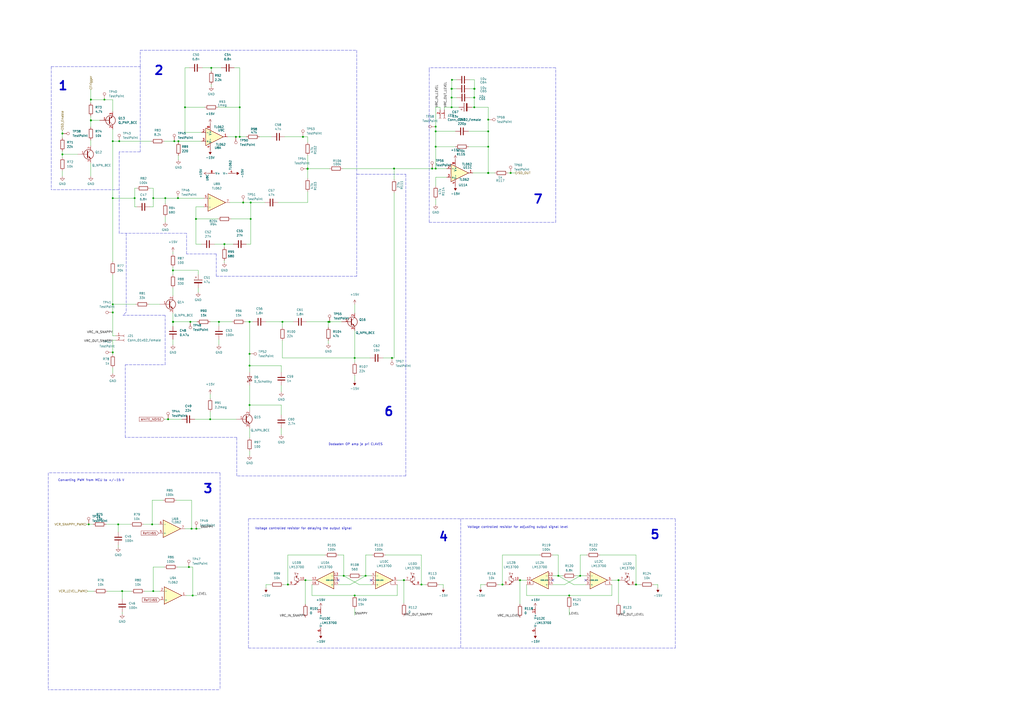
<source format=kicad_sch>
(kicad_sch (version 20211123) (generator eeschema)
  (paper "A2")
  (lib_symbols
    (symbol "Amplifier_Operational:LM13700" (pin_names (offset 0.127))
      (property "Reference" "U" (at 3.81 5.08 0))
      (property "Value" "LM13700" (at 5.08 -5.08 0))
      (symbol "LM13700_1_1"
        (pin output line (at 7.62 0 180) (length 2.54) (name "~") (number "12"))
        (pin input line (at -7.62 2.54 0) (length 2.54) (name "-") (number "13"))
        (pin input line (at -7.62 -2.54 0) (length 2.54) (name "+") (number "14"))
        (pin input line (at -7.62 0 0) (length 2.54) (name "DIODE_BIAS") (number "15"))
        (pin input line (at 7.62 -2.54 180) (length 2.54) (name "~") (number "16"))
      )
      (symbol "LM13700_2_1"
        (text "V+" (at -2.54 3.81 0) (effects (font (size 1.27 1.27))))
        (pin input line (at -7.62 0 0) (length 3.81) (name "~") (number "10"))
        (pin output line (at 2.54 -2.54 180) (length 3.81) (name "~") (number "9"))
      )
      (symbol "LM13700_3_1"
        (pin input line (at 7.62 -2.54 180) (length 2.54) (name "~") (number "1"))
        (pin input line (at -7.62 0 0) (length 2.54) (name "DIODE_BIAS") (number "2"))
        (pin input line (at -7.62 -2.54 0) (length 2.54) (name "+") (number "3"))
        (pin input line (at -7.62 2.54 0) (length 2.54) (name "-") (number "4"))
        (pin output line (at 7.62 0 180) (length 2.54) (name "~") (number "5"))
      )
      (symbol "LM13700_4_0"
        (text "V+" (at -2.54 3.81 0) (effects (font (size 1.27 1.27))))
      )
      (symbol "LM13700_4_1"
        (pin input line (at -7.62 0 0) (length 3.81) (name "~") (number "7"))
        (pin output line (at 2.54 -2.54 180) (length 3.81) (name "~") (number "8"))
      )
      (symbol "LM13700_5_1"
        (pin power_in line (at -2.54 7.62 270) (length 3.81) (name "V+") (number "11"))
        (pin power_in line (at -2.54 -7.62 90) (length 3.81) (name "V-") (number "6"))
      )
    )
    (symbol "Amplifier_Operational:TL062" (pin_names (offset 0.127))
      (property "Reference" "U" (at 0 5.08 0))
      (property "Value" "TL062" (at 0 -5.08 0))
      (symbol "TL062_1_1"
        (pin output line (at 7.62 0 180) (length 2.54) (name "~") (number "1"))
        (pin input line (at -7.62 -2.54 0) (length 2.54) (name "-") (number "2"))
        (pin input line (at -7.62 2.54 0) (length 2.54) (name "+") (number "3"))
      )
      (symbol "TL062_2_1"
        (pin input line (at -7.62 2.54 0) (length 2.54) (name "+") (number "5"))
        (pin input line (at -7.62 -2.54 0) (length 2.54) (name "-") (number "6"))
        (pin output line (at 7.62 0 180) (length 2.54) (name "~") (number "7"))
      )
      (symbol "TL062_3_1"
        (pin power_in line (at -2.54 -7.62 90) (length 3.81) (name "V-") (number "4"))
        (pin power_in line (at -2.54 7.62 270) (length 3.81) (name "V+") (number "8"))
      )
    )
    (symbol "Connector:Conn_01x02_Female" (pin_names (offset 1.016) hide)
      (property "Reference" "J" (at 0 2.54 0))
      (property "Value" "Conn_01x02_Female" (at 0 -5.08 0))
      (symbol "Conn_01x02_Female_1_1"
        (pin passive line (at -5.08 0 0) (length 3.81) (name "Pin_1") (number "1"))
        (pin passive line (at -5.08 -2.54 0) (length 3.81) (name "Pin_2") (number "2"))
      )
    )
    (symbol "Connector:TestPoint" (pin_numbers hide) (pin_names (offset 0.762) hide)
      (property "Reference" "TP" (at 0 6.858 0))
      (property "Value" "TestPoint" (at 0 5.08 0))
      (symbol "TestPoint_1_1"
        (pin passive line (at 0 0 90) (length 2.54) (name "1") (number "1"))
      )
    )
    (symbol "Device:C" (pin_numbers hide) (pin_names (offset 0.254))
      (property "Reference" "C" (at 0.635 2.54 0))
      (property "Value" "C" (at 0.635 -2.54 0))
      (symbol "C_1_1"
        (pin passive line (at 0 3.81 270) (length 2.794) (name "~") (number "1"))
        (pin passive line (at 0 -3.81 90) (length 2.794) (name "~") (number "2"))
      )
    )
    (symbol "Device:C_Polarized" (pin_numbers hide) (pin_names (offset 0.254))
      (property "Reference" "C" (at 0.635 2.54 0))
      (property "Value" "C_Polarized" (at 0.635 -2.54 0))
      (symbol "C_Polarized_1_1"
        (pin passive line (at 0 3.81 270) (length 2.794) (name "~") (number "1"))
        (pin passive line (at 0 -3.81 90) (length 2.794) (name "~") (number "2"))
      )
    )
    (symbol "Device:D_Schottky" (pin_numbers hide) (pin_names (offset 1.016) hide)
      (property "Reference" "D" (at 0 2.54 0))
      (property "Value" "D_Schottky" (at 0 -2.54 0))
      (symbol "D_Schottky_1_1"
        (pin passive line (at -3.81 0 0) (length 2.54) (name "K") (number "1"))
        (pin passive line (at 3.81 0 180) (length 2.54) (name "A") (number "2"))
      )
    )
    (symbol "Device:Q_NPN_BCE" (pin_names (offset 0) hide)
      (property "Reference" "Q" (at 5.08 1.27 0))
      (property "Value" "Q_NPN_BCE" (at 5.08 -1.27 0))
      (symbol "Q_NPN_BCE_1_1"
        (pin input line (at -5.08 0 0) (length 5.715) (name "B") (number "1"))
        (pin passive line (at 2.54 5.08 270) (length 2.54) (name "C") (number "2"))
        (pin passive line (at 2.54 -5.08 90) (length 2.54) (name "E") (number "3"))
      )
    )
    (symbol "Device:Q_PNP_BCE" (pin_names (offset 0) hide)
      (property "Reference" "Q" (at 5.08 1.27 0))
      (property "Value" "Q_PNP_BCE" (at 5.08 -1.27 0))
      (symbol "Q_PNP_BCE_1_1"
        (pin input line (at -5.08 0 0) (length 5.715) (name "B") (number "1"))
        (pin passive line (at 2.54 5.08 270) (length 2.54) (name "C") (number "2"))
        (pin passive line (at 2.54 -5.08 90) (length 2.54) (name "E") (number "3"))
      )
    )
    (symbol "Device:R" (pin_numbers hide) (pin_names (offset 0))
      (property "Reference" "R" (at 2.032 0 90))
      (property "Value" "R" (at 0 0 90))
      (symbol "R_1_1"
        (pin passive line (at 0 3.81 270) (length 1.27) (name "~") (number "1"))
        (pin passive line (at 0 -3.81 90) (length 1.27) (name "~") (number "2"))
      )
    )
    (symbol "power:+15V" (power) (pin_names (offset 0))
      (property "Value" "+15V" (at 0 3.556 0))
      (symbol "+15V_1_1"
        (pin power_in line (at 0 0 90) (length 0) hide (name "+15V") (number "1"))
      )
    )
    (symbol "power:-15V" (power) (pin_names (offset 0))
      (property "Value" "-15V" (at 0 3.81 0))
      (symbol "-15V_0_0"
        (pin power_in line (at 0 0 90) (length 0) hide (name "-15V") (number "1"))
      )
    )
    (symbol "power:GND" (power) (pin_names (offset 0))
      (property "Value" "GND" (at 0 -3.81 0))
      (symbol "GND_1_1"
        (pin power_in line (at 0 0 270) (length 0) hide (name "GND") (number "1"))
      )
    )
  )
  (junction (at 130.175 141.605))
  (junction (at 178.435 97.9545))
  (junction (at 261.9756 56.5912))
  (junction (at 78.105 114.935))
  (junction (at 100.33 156.845))
  (junction (at 262.1753 46.3042))
  (junction (at 212.09 334.01))
  (junction (at 205.74 345.44))
  (junction (at 190.5 186.69))
  (junction (at 65.405 114.935))
  (junction (at 111.125 306.705))
  (junction (at 191.1862 186.69))
  (junction (at 250.708 97.79))
  (junction (at 144.78 212.09))
  (junction (at 275.1132 56.5912))
  (junction (at 139.065 62.23))
  (junction (at 113.665 127))
  (junction (at 301.625 336.55))
  (junction (at 65.405 204.3989))
  (junction (at 88.9 114.935))
  (junction (at 261.9756 51.5112))
  (junction (at 144.78 186.69))
  (junction (at 283.21 100.3214))
  (junction (at 291.465 339.09))
  (junction (at 167.005 339.09))
  (junction (at 330.2 345.44))
  (junction (at 368.935 339.09))
  (junction (at 145.415 117.475))
  (junction (at 127 186.69))
  (junction (at 52.705 69.85))
  (junction (at 136.8333 79.375))
  (junction (at 205.74 207.645))
  (junction (at 336.55 334.01))
  (junction (at 261.9756 62.23))
  (junction (at 252.73 97.79))
  (junction (at 283.21 69.3994))
  (junction (at 175.7343 79.375))
  (junction (at 95.885 114.935))
  (junction (at 113.9072 306.705))
  (junction (at 103.505 81.915))
  (junction (at 52.705 69.7597))
  (junction (at 65.405 81.915))
  (junction (at 358.775 336.55))
  (junction (at 65.405 181.232))
  (junction (at 262.0322 51.5112))
  (junction (at 36.195 89.535))
  (junction (at 296.2292 100.33))
  (junction (at 227.3845 207.645))
  (junction (at 109.5634 328.93))
  (junction (at 103.2413 114.935))
  (junction (at 283.21 100.33))
  (junction (at 65.405 176.53))
  (junction (at 252.73 73.4536))
  (junction (at 199.39 334.01))
  (junction (at 141.0805 117.475))
  (junction (at 177.165 336.55))
  (junction (at 144.78 205.2693))
  (junction (at 70.866 342.9))
  (junction (at 252.73 76.2))
  (junction (at 275.1132 51.5112))
  (junction (at 145.415 127))
  (junction (at 139.065 79.375))
  (junction (at 88.9 342.9))
  (junction (at 36.195 77.4544))
  (junction (at 323.85 334.01))
  (junction (at 68.58 304.165))
  (junction (at 244.475 339.09))
  (junction (at 107.315 62.23))
  (junction (at 60.5756 57.785))
  (junction (at 178.435 97.79))
  (junction (at 144.78 234.95))
  (junction (at 111.76 345.44))
  (junction (at 69.1666 81.915))
  (junction (at 283.21 76.2))
  (junction (at 275.2402 51.5112))
  (junction (at 252.73 85.09))
  (junction (at 234.315 336.55))
  (junction (at 163.83 186.69))
  (junction (at 97.5051 243.205))
  (junction (at 51.4531 304.165))
  (junction (at 101.1176 81.915))
  (junction (at 100.4406 186.69))
  (junction (at 283.21 85.09))
  (junction (at 52.705 57.785))
  (junction (at 275.1132 62.23))
  (junction (at 228.6 97.79))
  (junction (at 122.555 39.37))
  (junction (at 121.92 243.205))
  (junction (at 88.265 304.165))
  (junction (at 100.33 186.69))
  (junction (at 110.4058 186.69))
  (no_connect (at 196.215 336.55))
  (no_connect (at 339.725 336.55))
  (no_connect (at 320.675 336.55))
  (no_connect (at 215.265 336.55))
  (wire (pts (xy 144.78 248.285) (xy 144.78 254)))
  (wire (pts (xy 177.8 186.69) (xy 190.5 186.69)))
  (wire (pts (xy 234.315 336.55) (xy 234.315 349.885)))
  (wire (pts (xy 205.74 217.805) (xy 205.74 220.98)))
  (wire (pts (xy 212.09 321.945) (xy 212.09 334.01)))
  (wire (pts (xy 121.92 238.76) (xy 121.92 243.205)))
  (wire (pts (xy 291.465 321.945) (xy 291.465 339.09)))
  (wire (pts (xy 68.58 316.23) (xy 68.58 317.5)))
  (wire (pts (xy 113.665 141.605) (xy 113.665 127)))
  (wire (pts (xy 86.36 176.53) (xy 92.71 176.53)))
  (wire (pts (xy 178.435 90.17) (xy 178.435 97.79)))
  (polyline (pts (xy 69.088 135.382) (xy 69.088 109.982)))
  (polyline (pts (xy 125.476 160.274) (xy 125.476 147.32)))
  (wire (pts (xy 205.74 207.645) (xy 214.63 207.645)))
  (wire (pts (xy 283.21 100.3214) (xy 283.21 100.33)))
  (polyline (pts (xy 72.644 253.746) (xy 72.644 211.582)))
  (wire (pts (xy 97.5051 243.205) (xy 105.41 243.205)))
  (wire (pts (xy 199.39 334.01) (xy 208.28 339.09)))
  (wire (pts (xy 52.705 81.28) (xy 52.705 84.455)))
  (wire (pts (xy 113.665 120.015) (xy 113.665 127)))
  (wire (pts (xy 127 186.69) (xy 134.62 186.69)))
  (polyline (pts (xy 29.718 38.608) (xy 81.28 38.608)))
  (wire (pts (xy 52.705 57.785) (xy 60.5756 57.785)))
  (wire (pts (xy 161.29 117.475) (xy 178.435 117.475)))
  (wire (pts (xy 65.405 74.93) (xy 65.405 81.915)))
  (wire (pts (xy 212.09 321.945) (xy 215.9 321.945)))
  (wire (pts (xy 336.55 321.945) (xy 336.55 334.01)))
  (wire (pts (xy 50.8 342.9) (xy 54.61 342.9)))
  (wire (pts (xy 205.74 207.645) (xy 205.74 210.185)))
  (wire (pts (xy 257.175 340.995) (xy 257.175 339.09)))
  (wire (pts (xy 111.76 345.44) (xy 114.3 345.44)))
  (wire (pts (xy 133.35 117.475) (xy 141.0805 117.475)))
  (wire (pts (xy 154.305 186.69) (xy 163.83 186.69)))
  (wire (pts (xy 163.195 215.9) (xy 163.195 212.09)))
  (polyline (pts (xy 207.01 101.092) (xy 235.458 101.092)))
  (polyline (pts (xy 235.458 276.098) (xy 137.414 276.098)))
  (wire (pts (xy 145.415 117.475) (xy 145.415 127)))
  (polyline (pts (xy 207.01 29.21) (xy 207.01 160.274)))
  (wire (pts (xy 100.33 154.94) (xy 100.33 156.845)))
  (wire (pts (xy 144.78 212.09) (xy 144.78 215.9)))
  (wire (pts (xy 230.505 339.09) (xy 230.505 345.44)))
  (wire (pts (xy 88.9 114.935) (xy 88.9 120.015)))
  (polyline (pts (xy 108.204 135.382) (xy 69.088 135.382)))
  (wire (pts (xy 244.475 321.945) (xy 244.475 339.09)))
  (polyline (pts (xy 144.145 375.92) (xy 391.795 375.92)))
  (wire (pts (xy 144.78 186.69) (xy 144.78 205.2693)))
  (wire (pts (xy 65.405 114.935) (xy 65.405 81.915)))
  (wire (pts (xy 165.1 79.375) (xy 175.7343 79.375)))
  (wire (pts (xy 88.265 290.195) (xy 94.615 290.195)))
  (wire (pts (xy 100.33 186.69) (xy 100.33 189.23)))
  (wire (pts (xy 52.705 69.85) (xy 57.785 69.85)))
  (wire (pts (xy 163.195 223.52) (xy 163.195 227.33)))
  (wire (pts (xy 252.73 97.79) (xy 259.08 97.79)))
  (wire (pts (xy 305.435 339.09) (xy 305.435 345.44)))
  (wire (pts (xy 320.675 334.01) (xy 323.85 334.01)))
  (wire (pts (xy 250.708 97.79) (xy 252.73 97.79)))
  (wire (pts (xy 88.9 328.93) (xy 95.25 328.93)))
  (wire (pts (xy 135.89 39.37) (xy 139.065 39.37)))
  (wire (pts (xy 196.215 334.01) (xy 199.39 334.01)))
  (polyline (pts (xy 144.145 300.99) (xy 391.795 300.99)))
  (wire (pts (xy 62.23 342.9) (xy 70.866 342.9)))
  (wire (pts (xy 381.635 339.09) (xy 379.095 339.09)))
  (wire (pts (xy 336.55 334.01) (xy 327.66 339.09)))
  (wire (pts (xy 145.415 141.605) (xy 145.415 127)))
  (wire (pts (xy 199.39 334.01) (xy 201.93 334.01)))
  (wire (pts (xy 52.705 67.31) (xy 52.705 69.7597)))
  (wire (pts (xy 273.812 62.23) (xy 275.1132 62.23)))
  (wire (pts (xy 180.975 345.44) (xy 205.74 345.44)))
  (wire (pts (xy 167.005 321.945) (xy 188.595 321.945)))
  (wire (pts (xy 100.33 156.845) (xy 114.935 156.845)))
  (wire (pts (xy 275.1132 51.5112) (xy 275.2402 51.5112)))
  (wire (pts (xy 296.2292 100.33) (xy 299.085 100.33)))
  (wire (pts (xy 283.21 69.3994) (xy 283.21 76.2)))
  (wire (pts (xy 65.405 197.358) (xy 65.405 204.3989)))
  (wire (pts (xy 205.74 353.06) (xy 205.74 356.87)))
  (wire (pts (xy 288.925 339.09) (xy 291.465 339.09)))
  (wire (pts (xy 86.995 109.22) (xy 88.9 109.22)))
  (wire (pts (xy 278.765 339.09) (xy 281.305 339.09)))
  (wire (pts (xy 205.74 176.53) (xy 205.74 181.61)))
  (wire (pts (xy 52.705 94.615) (xy 52.705 102.235)))
  (wire (pts (xy 227.3845 207.645) (xy 228.6 207.645)))
  (wire (pts (xy 323.85 334.01) (xy 326.39 334.01)))
  (wire (pts (xy 139.065 62.23) (xy 139.065 79.375)))
  (wire (pts (xy 264.9532 56.5912) (xy 261.9756 56.5912)))
  (wire (pts (xy 190.5 197.485) (xy 190.5 199.39)))
  (wire (pts (xy 271.78 76.2) (xy 283.21 76.2)))
  (wire (pts (xy 65.405 176.53) (xy 78.74 176.53)))
  (wire (pts (xy 60.5756 57.785) (xy 65.405 57.785)))
  (wire (pts (xy 68.58 304.165) (xy 68.58 308.61)))
  (wire (pts (xy 274.32 100.33) (xy 283.21 100.33)))
  (wire (pts (xy 36.195 89.535) (xy 45.085 89.535)))
  (wire (pts (xy 111.125 290.195) (xy 111.125 306.705)))
  (wire (pts (xy 88.9 120.015) (xy 86.995 120.015)))
  (polyline (pts (xy 127.635 274.32) (xy 127.635 400.05)))
  (wire (pts (xy 130.175 151.13) (xy 130.175 152.4)))
  (wire (pts (xy 103.505 81.915) (xy 116.84 81.915)))
  (wire (pts (xy 109.855 39.37) (xy 107.315 39.37)))
  (wire (pts (xy 102.87 328.93) (xy 109.5634 328.93)))
  (wire (pts (xy 163.195 240.665) (xy 163.195 234.95)))
  (wire (pts (xy 190.5 189.865) (xy 190.5 186.69)))
  (wire (pts (xy 301.625 336.55) (xy 305.435 336.55)))
  (wire (pts (xy 230.505 345.44) (xy 205.74 345.44)))
  (wire (pts (xy 163.83 197.485) (xy 163.83 207.645)))
  (wire (pts (xy 69.1666 81.915) (xy 87.63 81.915)))
  (wire (pts (xy 230.505 336.55) (xy 234.315 336.55)))
  (wire (pts (xy 252.73 115.57) (xy 252.73 118.745)))
  (wire (pts (xy 209.55 334.01) (xy 212.09 334.01)))
  (wire (pts (xy 100.33 167.005) (xy 100.33 171.45)))
  (wire (pts (xy 68.58 304.165) (xy 75.565 304.165)))
  (wire (pts (xy 121.92 243.205) (xy 137.16 243.205)))
  (polyline (pts (xy 137.414 276.098) (xy 137.414 253.746)))
  (wire (pts (xy 111.125 306.705) (xy 113.9072 306.705)))
  (wire (pts (xy 252.73 76.2) (xy 252.73 73.4536)))
  (wire (pts (xy 323.85 334.01) (xy 332.74 339.09)))
  (wire (pts (xy 107.315 76.835) (xy 116.84 76.835)))
  (wire (pts (xy 100.33 181.61) (xy 100.33 186.69)))
  (wire (pts (xy 88.9 342.9) (xy 92.71 342.9)))
  (wire (pts (xy 294.64 100.33) (xy 296.2292 100.33)))
  (wire (pts (xy 178.435 97.79) (xy 191.135 97.79)))
  (wire (pts (xy 252.73 102.87) (xy 252.73 107.95)))
  (wire (pts (xy 36.195 89.535) (xy 36.195 91.44)))
  (wire (pts (xy 88.9 109.22) (xy 88.9 114.935)))
  (polyline (pts (xy 125.476 147.32) (xy 108.204 147.32)))
  (wire (pts (xy 79.375 109.22) (xy 78.105 109.22)))
  (wire (pts (xy 252.73 85.09) (xy 252.73 97.79)))
  (wire (pts (xy 275.2402 46.3042) (xy 275.2402 51.5112)))
  (wire (pts (xy 70.866 342.9) (xy 76.2 342.9)))
  (polyline (pts (xy 267.335 300.99) (xy 267.335 375.92)))
  (wire (pts (xy 52.705 69.85) (xy 52.705 73.66)))
  (polyline (pts (xy 322.326 129.032) (xy 322.326 39.37)))
  (polyline (pts (xy 27.94 274.32) (xy 27.94 400.05)))
  (wire (pts (xy 65.405 114.935) (xy 65.405 151.765)))
  (wire (pts (xy 196.215 339.09) (xy 203.2 339.09)))
  (polyline (pts (xy 207.01 160.274) (xy 125.476 160.274)))
  (polyline (pts (xy 69.088 109.982) (xy 29.718 109.982)))
  (wire (pts (xy 264.16 85.09) (xy 252.73 85.09)))
  (wire (pts (xy 275.1132 62.23) (xy 283.21 62.23)))
  (wire (pts (xy 199.39 321.945) (xy 199.39 334.01)))
  (wire (pts (xy 65.405 81.915) (xy 69.1666 81.915)))
  (wire (pts (xy 95.25 243.205) (xy 97.5051 243.205)))
  (wire (pts (xy 358.775 336.55) (xy 358.775 349.885)))
  (wire (pts (xy 111.125 306.705) (xy 107.315 306.705)))
  (polyline (pts (xy 29.718 38.608) (xy 29.718 109.982)))
  (wire (pts (xy 180.975 339.09) (xy 180.975 345.44)))
  (wire (pts (xy 142.875 141.605) (xy 145.415 141.605)))
  (wire (pts (xy 100.33 196.85) (xy 100.33 200.025)))
  (wire (pts (xy 199.39 321.945) (xy 196.215 321.945)))
  (polyline (pts (xy 248.92 40.386) (xy 248.92 129.032)))
  (wire (pts (xy 320.675 339.09) (xy 327.66 339.09)))
  (wire (pts (xy 212.09 334.01) (xy 215.265 334.01)))
  (wire (pts (xy 178.435 111.125) (xy 178.435 117.475)))
  (wire (pts (xy 252.73 85.09) (xy 252.73 76.2)))
  (wire (pts (xy 257.81 63.754) (xy 257.81 62.23)))
  (wire (pts (xy 65.405 64.77) (xy 65.405 57.785)))
  (wire (pts (xy 228.6 104.14) (xy 228.6 97.79)))
  (wire (pts (xy 144.78 234.95) (xy 163.195 234.95)))
  (wire (pts (xy 223.52 321.945) (xy 244.475 321.945)))
  (wire (pts (xy 52.705 57.785) (xy 52.705 59.69)))
  (wire (pts (xy 65.405 176.53) (xy 65.405 181.232)))
  (wire (pts (xy 291.465 321.945) (xy 313.055 321.945)))
  (wire (pts (xy 145.415 127) (xy 133.985 127)))
  (wire (pts (xy 132.08 79.375) (xy 136.8333 79.375)))
  (wire (pts (xy 145.415 117.475) (xy 153.67 117.475)))
  (wire (pts (xy 111.76 328.93) (xy 111.76 345.44)))
  (wire (pts (xy 127 186.69) (xy 127 189.23)))
  (wire (pts (xy 65.405 181.232) (xy 65.405 194.818)))
  (wire (pts (xy 142.24 186.69) (xy 144.78 186.69)))
  (wire (pts (xy 114.935 159.385) (xy 114.935 156.845)))
  (wire (pts (xy 275.1132 56.5912) (xy 275.1132 62.23)))
  (wire (pts (xy 67.056 194.818) (xy 65.405 194.818)))
  (wire (pts (xy 178.435 79.375) (xy 178.435 82.55)))
  (wire (pts (xy 36.195 87.63) (xy 36.195 89.535)))
  (wire (pts (xy 283.21 85.09) (xy 283.21 100.3214)))
  (polyline (pts (xy 322.326 39.37) (xy 248.92 39.37)))
  (wire (pts (xy 111.76 345.44) (xy 107.95 345.44)))
  (wire (pts (xy 163.83 186.69) (xy 163.83 189.865)))
  (wire (pts (xy 252.73 73.4536) (xy 252.73 62.23)))
  (wire (pts (xy 278.765 339.09) (xy 278.765 340.995)))
  (wire (pts (xy 354.965 345.44) (xy 330.2 345.44)))
  (wire (pts (xy 257.81 62.23) (xy 261.9756 62.23)))
  (wire (pts (xy 121.92 228.6) (xy 121.92 231.14)))
  (wire (pts (xy 52.705 52.07) (xy 52.705 57.785)))
  (wire (pts (xy 130.175 141.605) (xy 130.175 143.51)))
  (wire (pts (xy 144.78 261.62) (xy 144.78 264.16)))
  (polyline (pts (xy 248.92 39.37) (xy 248.92 40.386)))
  (wire (pts (xy 191.1862 186.69) (xy 198.12 186.69)))
  (wire (pts (xy 261.9756 56.5912) (xy 261.9756 62.23)))
  (wire (pts (xy 144.78 234.95) (xy 144.78 238.125)))
  (wire (pts (xy 78.105 109.22) (xy 78.105 114.935)))
  (wire (pts (xy 121.92 186.69) (xy 127 186.69)))
  (wire (pts (xy 252.73 102.87) (xy 259.08 102.87)))
  (wire (pts (xy 178.435 97.9545) (xy 178.435 103.505)))
  (wire (pts (xy 261.9756 51.5112) (xy 261.9756 56.5912)))
  (wire (pts (xy 88.9 114.935) (xy 95.885 114.935)))
  (polyline (pts (xy 391.795 375.92) (xy 391.795 300.99)))
  (wire (pts (xy 113.9072 306.705) (xy 116.205 306.705)))
  (wire (pts (xy 275.2402 46.3042) (xy 272.4462 46.3042)))
  (wire (pts (xy 136.8333 79.375) (xy 139.065 79.375)))
  (wire (pts (xy 167.005 321.945) (xy 167.005 339.09)))
  (wire (pts (xy 262.0322 51.5112) (xy 264.8262 51.5112)))
  (wire (pts (xy 163.195 248.285) (xy 163.195 252.095)))
  (wire (pts (xy 371.475 339.09) (xy 368.935 339.09)))
  (wire (pts (xy 257.175 339.09) (xy 254.635 339.09)))
  (wire (pts (xy 163.195 212.09) (xy 144.78 212.09)))
  (wire (pts (xy 255.27 63.754) (xy 255.27 62.23)))
  (wire (pts (xy 212.09 334.01) (xy 203.2 339.09)))
  (wire (pts (xy 78.105 114.935) (xy 78.105 120.015)))
  (wire (pts (xy 95.885 125.73) (xy 95.885 128.905)))
  (wire (pts (xy 144.78 186.69) (xy 146.685 186.69)))
  (wire (pts (xy 36.195 77.4544) (xy 36.195 80.01)))
  (wire (pts (xy 122.555 48.895) (xy 122.555 50.165)))
  (wire (pts (xy 262.0322 46.3042) (xy 262.1753 46.3042)))
  (wire (pts (xy 122.555 39.37) (xy 128.27 39.37)))
  (wire (pts (xy 103.505 90.17) (xy 103.505 92.71)))
  (polyline (pts (xy 235.458 101.092) (xy 235.458 276.098)))
  (wire (pts (xy 100.4406 186.69) (xy 110.4058 186.69)))
  (wire (pts (xy 83.82 342.9) (xy 88.9 342.9)))
  (polyline (pts (xy 95.758 211.582) (xy 95.758 182.88)))
  (wire (pts (xy 255.27 62.23) (xy 252.73 62.23)))
  (polyline (pts (xy 69.088 88.138) (xy 69.088 109.982)))
  (wire (pts (xy 95.25 81.915) (xy 101.1176 81.915)))
  (wire (pts (xy 336.55 334.01) (xy 339.725 334.01)))
  (wire (pts (xy 283.21 76.2) (xy 283.21 85.09)))
  (wire (pts (xy 100.33 156.845) (xy 100.33 159.385)))
  (polyline (pts (xy 81.28 38.608) (xy 81.28 88.138)))
  (wire (pts (xy 88.9 328.93) (xy 88.9 342.9)))
  (wire (pts (xy 70.866 342.9) (xy 70.866 347.472)))
  (wire (pts (xy 252.73 76.2) (xy 264.16 76.2)))
  (wire (pts (xy 70.866 355.092) (xy 70.866 356.108)))
  (wire (pts (xy 36.195 99.06) (xy 36.195 102.235)))
  (wire (pts (xy 124.46 141.605) (xy 130.175 141.605)))
  (wire (pts (xy 177.165 336.55) (xy 180.975 336.55)))
  (wire (pts (xy 163.83 207.645) (xy 205.74 207.645)))
  (wire (pts (xy 83.185 304.165) (xy 88.265 304.165)))
  (wire (pts (xy 144.78 223.52) (xy 144.78 234.95)))
  (wire (pts (xy 114.935 167.005) (xy 114.935 169.545)))
  (wire (pts (xy 100.33 146.05) (xy 100.33 147.32)))
  (polyline (pts (xy 28.575 274.32) (xy 127.635 274.32)))
  (polyline (pts (xy 81.28 88.138) (xy 69.088 88.138)))
  (polyline (pts (xy 248.92 129.032) (xy 322.326 129.032)))
  (wire (pts (xy 305.435 345.44) (xy 330.2 345.44)))
  (wire (pts (xy 275.1132 56.5912) (xy 275.1132 51.5112)))
  (wire (pts (xy 228.6 97.79) (xy 250.708 97.79)))
  (wire (pts (xy 107.315 62.23) (xy 118.745 62.23)))
  (wire (pts (xy 262.1753 46.3042) (xy 264.8262 46.3042)))
  (wire (pts (xy 381.635 339.09) (xy 381.635 340.995)))
  (wire (pts (xy 78.105 120.015) (xy 79.375 120.015)))
  (wire (pts (xy 154.305 339.09) (xy 156.845 339.09)))
  (wire (pts (xy 175.7343 79.375) (xy 178.435 79.375)))
  (wire (pts (xy 261.9756 62.23) (xy 266.192 62.23)))
  (polyline (pts (xy 81.28 38.608) (xy 81.28 29.21)))
  (wire (pts (xy 103.505 81.915) (xy 103.505 82.55)))
  (wire (pts (xy 113.03 243.205) (xy 121.92 243.205)))
  (wire (pts (xy 198.755 97.79) (xy 228.6 97.79)))
  (wire (pts (xy 154.305 339.09) (xy 154.305 340.995)))
  (wire (pts (xy 103.2413 114.935) (xy 118.11 114.935)))
  (wire (pts (xy 330.2 353.06) (xy 330.2 356.87)))
  (wire (pts (xy 283.21 100.33) (xy 287.02 100.33)))
  (wire (pts (xy 52.705 69.7597) (xy 52.705 69.85)))
  (wire (pts (xy 113.665 127) (xy 126.365 127)))
  (wire (pts (xy 336.55 321.945) (xy 340.36 321.945)))
  (wire (pts (xy 51.4531 304.165) (xy 53.975 304.165)))
  (wire (pts (xy 334.01 334.01) (xy 336.55 334.01)))
  (wire (pts (xy 222.25 207.645) (xy 227.3845 207.645)))
  (wire (pts (xy 101.1176 81.915) (xy 103.505 81.915)))
  (wire (pts (xy 126.365 62.23) (xy 139.065 62.23)))
  (wire (pts (xy 107.315 62.23) (xy 107.315 76.835)))
  (wire (pts (xy 283.21 62.23) (xy 283.21 69.3994)))
  (polyline (pts (xy 127 400.05) (xy 27.94 400.05)))
  (wire (pts (xy 36.195 75.565) (xy 36.195 77.4544)))
  (polyline (pts (xy 81.28 29.21) (xy 207.01 29.21)))
  (wire (pts (xy 122.555 39.37) (xy 122.555 41.275)))
  (wire (pts (xy 339.725 339.09) (xy 332.74 339.09)))
  (wire (pts (xy 100.33 186.69) (xy 100.4406 186.69)))
  (wire (pts (xy 262.0322 51.5112) (xy 262.0322 46.3042)))
  (wire (pts (xy 88.265 304.165) (xy 92.075 304.165)))
  (wire (pts (xy 102.235 290.195) (xy 111.125 290.195)))
  (polyline (pts (xy 73.152 135.382) (xy 73.152 181.102)))
  (wire (pts (xy 205.74 191.77) (xy 205.74 207.645)))
  (wire (pts (xy 228.6 111.76) (xy 228.6 207.645)))
  (wire (pts (xy 247.015 339.09) (xy 244.475 339.09)))
  (wire (pts (xy 368.935 321.945) (xy 368.935 339.09)))
  (wire (pts (xy 65.405 213.36) (xy 65.405 216.535)))
  (wire (pts (xy 50.165 304.165) (xy 51.4531 304.165)))
  (wire (pts (xy 190.5 186.69) (xy 191.1862 186.69)))
  (wire (pts (xy 61.595 304.165) (xy 68.58 304.165)))
  (wire (pts (xy 109.5634 328.93) (xy 111.76 328.93)))
  (wire (pts (xy 320.675 321.945) (xy 323.85 321.945)))
  (wire (pts (xy 301.625 336.55) (xy 301.625 350.52)))
  (wire (pts (xy 88.265 290.195) (xy 88.265 304.165)))
  (wire (pts (xy 107.315 39.37) (xy 107.315 62.23)))
  (wire (pts (xy 271.78 85.09) (xy 283.21 85.09)))
  (wire (pts (xy 163.83 186.69) (xy 170.18 186.69)))
  (wire (pts (xy 141.0805 117.475) (xy 145.415 117.475)))
  (wire (pts (xy 215.265 339.09) (xy 208.28 339.09)))
  (polyline (pts (xy 72.644 211.582) (xy 95.758 211.582)))
  (wire (pts (xy 95.885 114.935) (xy 103.2413 114.935)))
  (wire (pts (xy 127 196.85) (xy 127 200.025)))
  (wire (pts (xy 139.065 79.375) (xy 142.875 79.375)))
  (wire (pts (xy 139.065 39.37) (xy 139.065 62.23)))
  (wire (pts (xy 144.78 205.2693) (xy 144.78 212.09)))
  (wire (pts (xy 116.84 141.605) (xy 113.665 141.605)))
  (wire (pts (xy 177.165 336.55) (xy 177.165 350.52)))
  (wire (pts (xy 272.5732 56.5912) (xy 275.1132 56.5912)))
  (polyline (pts (xy 108.204 147.32) (xy 108.204 135.382)))
  (wire (pts (xy 150.495 79.375) (xy 157.48 79.375)))
  (wire (pts (xy 178.435 97.79) (xy 178.435 97.9545)))
  (wire (pts (xy 110.4058 186.69) (xy 114.3 186.69)))
  (wire (pts (xy 323.85 334.01) (xy 323.85 321.945)))
  (wire (pts (xy 67.056 197.358) (xy 65.405 197.358)))
  (wire (pts (xy 164.465 339.09) (xy 167.005 339.09)))
  (wire (pts (xy 354.965 339.09) (xy 354.965 345.44)))
  (polyline (pts (xy 137.414 253.746) (xy 72.644 253.746)))
  (polyline (pts (xy 95.758 182.88) (xy 71.374 182.88)))
  (wire (pts (xy 261.9756 51.5112) (xy 262.0322 51.5112)))
  (wire (pts (xy 117.475 39.37) (xy 122.555 39.37)))
  (wire (pts (xy 65.405 159.385) (xy 65.405 176.53)))
  (wire (pts (xy 347.98 321.945) (xy 368.935 321.945)))
  (wire (pts (xy 272.4462 51.5112) (xy 275.1132 51.5112)))
  (polyline (pts (xy 73.152 181.102) (xy 71.374 182.88)))
  (wire (pts (xy 130.175 141.605) (xy 135.255 141.605)))
  (wire (pts (xy 65.405 204.3989) (xy 65.405 205.74)))
  (wire (pts (xy 95.885 114.935) (xy 95.885 118.11)))
  (polyline (pts (xy 144.145 300.99) (xy 144.145 375.92)))
  (wire (pts (xy 354.965 336.55) (xy 358.775 336.55)))
  (wire (pts (xy 78.105 114.935) (xy 65.405 114.935)))
  (wire (pts (xy 118.11 120.015) (xy 113.665 120.015)))
  (text "4" (at 254.254 314.452 0) (effects (font (size 5 5) (thickness 1) bold) (justify left bottom)))
  (text "5" (at 376.936 313.182 0) (effects (font (size 5 5) (thickness 1) bold) (justify left bottom)))
  (text "2" (at 89.154 43.942 0) (effects (font (size 5 5) (thickness 1) bold) (justify left bottom)))
  (text "Voltage controlled resistor for adjusting output signal level\n\n" (at 271.145 308.61 0) (effects (font (size 1.27 1.27)) (justify left bottom)))
  (text "Converting PWM from MCU to +/-15 V" (at 33.655 279.4 0) (effects (font (size 1.27 1.27)) (justify left bottom)))
  (text "6" (at 222.504 241.808 0) (effects (font (size 5 5) (thickness 1) bold) (justify left bottom)))
  (text "3" (at 117.602 286.512 0) (effects (font (size 5 5) (thickness 1) bold) (justify left bottom)))
  (text "1" (at 33.528 52.832 0) (effects (font (size 5 5) (thickness 1) bold) (justify left bottom)))
  (text "Voltage controlled resistor for delaying the output signal\n" (at 147.955 307.34 0) (effects (font (size 1.27 1.27)) (justify left bottom)))
  (text "7" (at 309.118 118.618 0) (effects (font (size 5 5) (thickness 1) bold) (justify left bottom)))
  (text "Dodaaten OP amp je pri CLAVES\n\n" (at 190.5 260.604 0) (effects (font (size 1.27 1.27)) (justify left bottom)))
  (label "VRC_OUT_LEVEL" (at 358.775 357.505 0))
  (label "VRC_IN_LEVEL" (at 254.3638 62.23 90))
  (label "VRC_IN_SNAPPY" (at 65.405 193.675 180))
  (label "SNAPPY" (at 116.205 306.705 0))
  (label "VRC_IN_LEVEL" (at 301.625 358.14 180))
  (label "VRC_OUT_SNAPPY" (at 65.405 198.755 180))
  (label "SNAPPY" (at 205.74 356.87 0))
  (label "VRC_OUT_LEVEL" (at 259.3639 62.23 90))
  (label "LEVEL" (at 330.2 356.87 0))
  (label "VRC_OUT_SNAPPY" (at 234.315 357.505 0))
  (label "VRC_IN_SNAPPY" (at 177.165 358.14 180))
  (label "LEVEL" (at 114.3 345.44 0))
  (global_label "Ref1V65" (shape input) (at 92.075 309.245 180) (property "Intersheet References" "${INTERSHEET_REFS}" (effects hide)))
  (global_label "WHITE_NOISE" (shape input) (at 95.25 243.205 180) (property "Intersheet References" "${INTERSHEET_REFS}" (effects hide)))
  (global_label "Ref1V65" (shape input) (at 92.71 347.98 180) (property "Intersheet References" "${INTERSHEET_REFS}" (effects hide)))
  (hierarchical_label "SD_Enable" (shape input) (at 36.195 75.565 90))
  (hierarchical_label "Trigger" (shape input) (at 52.705 52.07 90))
  (hierarchical_label "SD_OUT" (shape output) (at 299.085 100.33 0))
  (hierarchical_label "VCR_LEVEL_PWM" (shape input) (at 50.8 342.9 180))
  (hierarchical_label "VCR_SNAPPY_PWM" (shape input) (at 50.165 304.165 180))
  (symbol (lib_id "Device:R") (at 36.195 95.25 0) (unit 1)
    (property "Reference" "R72" (at 38.735 93.9799 0) (effects (justify left)))
    (property "Value" "10k" (at 38.735 96.5199 0) (effects (justify left)))
    (property "Footprint" "Resistor_SMD:R_0603_1608Metric" (effects hide))
  )
  (symbol (lib_id "power:-15V") (at 186.055 367.665 180) (unit 1)
    (property "Reference" "#PWR0107" (effects hide))
    (property "Value" "-15V" (at 186.055 372.11 0))
  )
  (symbol (lib_id "Connector:TestPoint") (at 65.405 204.3989 90) (unit 1)
    (property "Reference" "TP42" (at 62.103 198.3029 90))
    (property "Value" "TestPoint" (at 62.103 200.8429 90))
    (property "Footprint" "TestPoint:TestPoint_Pad_D2.0mm" (effects hide))
  )
  (symbol (lib_id "Device:R") (at 99.06 328.93 90) (unit 1)
    (property "Reference" "R86" (at 99.06 323.215 90))
    (property "Value" "100k" (at 99.06 325.755 90))
    (property "Footprint" "Resistor_SMD:R_0603_1608Metric" (effects hide))
  )
  (symbol (lib_id "Device:C_Polarized") (at 270.002 62.23 90) (unit 1)
    (property "Reference" "C67" (at 264.1092 64.9732 90))
    (property "Value" "33u" (at 264.1092 67.5132 90))
    (property "Footprint" "Capacitor_SMD:CP_Elec_6.3x5.4" (effects hide))
  )
  (symbol (lib_id "Connector:TestPoint") (at 51.4531 304.165 0) (unit 1)
    (property "Reference" "TP39" (at 53.4065 299.5929 0) (effects (justify left)))
    (property "Value" "TestPoint" (at 53.4065 302.1329 0) (effects (justify left)))
    (property "Footprint" "TestPoint:TestPoint_Pad_D2.0mm" (effects hide))
  )
  (symbol (lib_id "Device:C") (at 268.6362 51.5112 90) (unit 1)
    (property "Reference" "C65" (at 280.416 52.832 90))
    (property "Value" "10u" (at 280.416 50.927 90))
    (property "Footprint" "Capacitor_SMD:C_1210_3225Metric" (effects hide))
  )
  (symbol (lib_id "power:GND") (at 68.58 317.5 0) (unit 1)
    (property "Reference" "#PWR087" (effects hide))
    (property "Value" "GND" (at 68.58 321.945 0))
  )
  (symbol (lib_id "power:GND") (at 52.705 102.235 0) (unit 1)
    (property "Reference" "#PWR085" (effects hide))
    (property "Value" "GND" (at 52.705 106.68 0))
  )
  (symbol (lib_id "Device:R") (at 36.195 83.82 0) (unit 1)
    (property "Reference" "R71" (at 38.735 82.5499 0) (effects (justify left)))
    (property "Value" "22k" (at 38.735 85.0899 0) (effects (justify left)))
    (property "Footprint" "Resistor_SMD:R_0603_1608Metric" (effects hide))
  )
  (symbol (lib_id "Device:R") (at 285.115 339.09 270) (unit 1)
    (property "Reference" "R116" (at 285.115 332.74 90))
    (property "Value" "10k" (at 285.115 335.28 90))
    (property "Footprint" "Resistor_SMD:R_0603_1608Metric" (effects hide))
  )
  (symbol (lib_id "Device:R") (at 100.33 163.195 0) (unit 1)
    (property "Reference" "R88" (at 102.87 161.9249 0) (effects (justify left)))
    (property "Value" "330" (at 102.87 164.4649 0) (effects (justify left)))
    (property "Footprint" "Resistor_SMD:R_0603_1608Metric" (effects hide))
  )
  (symbol (lib_id "Connector:TestPoint") (at 109.5634 328.93 0) (unit 1)
    (property "Reference" "TP47" (at 111.5168 324.3579 0) (effects (justify left)))
    (property "Value" "TestPoint" (at 111.5168 326.8979 0) (effects (justify left)))
    (property "Footprint" "TestPoint:TestPoint_Pad_D2.0mm" (effects hide))
  )
  (symbol (lib_id "Device:R") (at 52.705 77.47 0) (unit 1)
    (property "Reference" "R74" (at 55.245 76.1999 0) (effects (justify left)))
    (property "Value" "10k" (at 55.245 78.7399 0) (effects (justify left)))
    (property "Footprint" "Resistor_SMD:R_0603_1608Metric" (effects hide))
  )
  (symbol (lib_id "power:-15V") (at 121.92 86.995 180) (unit 1)
    (property "Reference" "#PWR097" (effects hide))
    (property "Value" "-15V" (at 121.92 91.44 0))
  )
  (symbol (lib_id "Device:C_Polarized") (at 114.935 163.195 0) (unit 1)
    (property "Reference" "C51" (at 118.11 161.0359 0) (effects (justify left)))
    (property "Value" "47u" (at 118.11 163.5759 0) (effects (justify left)))
    (property "Footprint" "Capacitor_SMD:CP_Elec_6.3x5.4" (effects hide))
  )
  (symbol (lib_id "Device:C") (at 150.495 186.69 90) (unit 1)
    (property "Reference" "C56" (at 150.495 179.07 90))
    (property "Value" "1.8n" (at 150.495 181.61 90))
    (property "Footprint" "Capacitor_SMD:C_0402_1005Metric_Pad0.74x0.62mm_HandSolder" (effects hide))
  )
  (symbol (lib_id "power:-15V") (at 381.635 340.995 180) (unit 1)
    (property "Reference" "#PWR0118" (effects hide))
    (property "Value" "-15V" (at 381.635 345.44 0))
  )
  (symbol (lib_id "Connector:TestPoint") (at 110.4058 186.69 180) (unit 1)
    (property "Reference" "TP48" (at 111.9298 188.7219 0) (effects (justify right)))
    (property "Value" "TestPoint" (at 111.9298 191.2619 0) (effects (justify right)))
    (property "Footprint" "TestPoint:TestPoint_Pad_D2.0mm" (effects hide))
  )
  (symbol (lib_id "Connector:TestPoint") (at 141.0805 117.475 0) (unit 1)
    (property "Reference" "TP51" (at 143.51 112.9029 0) (effects (justify left)))
    (property "Value" "TestPoint" (at 143.51 115.4429 0) (effects (justify left)))
    (property "Footprint" "TestPoint:TestPoint_Pad_D2.0mm" (effects hide))
  )
  (symbol (lib_id "power:GND") (at 114.935 169.545 0) (unit 1)
    (property "Reference" "#PWR095" (effects hide))
    (property "Value" "GND" (at 114.935 173.99 0))
  )
  (symbol (lib_id "power:GND") (at 122.555 50.165 0) (unit 1)
    (property "Reference" "#PWR099" (effects hide))
    (property "Value" "GND" (at 122.555 54.61 0))
  )
  (symbol (lib_id "Device:D_Schottky") (at 144.78 219.71 90) (unit 1)
    (property "Reference" "D6" (at 147.32 218.7574 90) (effects (justify right)))
    (property "Value" "D_Schottky" (at 147.32 221.2974 90) (effects (justify right)))
    (property "Footprint" "Diode_SMD:D_SOD-923" (effects hide))
  )
  (symbol (lib_id "Device:R") (at 177.165 354.33 0) (unit 1)
    (property "Reference" "R101" (at 179.705 353.0599 0) (effects (justify left)))
    (property "Value" "0" (at 179.705 355.5999 0) (effects (justify left)))
    (property "Footprint" "Resistor_SMD:R_0603_1608Metric" (effects hide))
  )
  (symbol (lib_id "Connector:TestPoint") (at 283.21 69.3994 270) (unit 1)
    (property "Reference" "TP59" (at 288.036 68.1293 90) (effects (justify left)))
    (property "Value" "TestPoint" (at 288.036 70.6693 90) (effects (justify left)))
    (property "Footprint" "TestPoint:TestPoint_Pad_D2.0mm" (effects hide))
  )
  (symbol (lib_id "Connector:TestPoint") (at 136.8333 79.375 180) (unit 1)
    (property "Reference" "TP50" (at 139.1193 81.4069 0) (effects (justify right)))
    (property "Value" "TestPoint" (at 139.1193 83.9469 0) (effects (justify right)))
    (property "Footprint" "TestPoint:TestPoint_Pad_D2.0mm" (effects hide))
  )
  (symbol (lib_id "Amplifier_Operational:TL062") (at 266.7 100.33 0) (unit 3)
    (property "Reference" "U11" (at 268.605 97.155 0) (effects (justify left)))
    (property "Value" "TL062" (at 267.97 95.25 0) (effects (justify left)))
    (property "Footprint" "Package_SO:TSSOP-8_3x3mm_P0.65mm" (effects hide))
    (property "Datasheet" "http://www.ti.com/lit/ds/symlink/tl061.pdf" (effects hide))
  )
  (symbol (lib_id "power:GND") (at 252.73 118.745 0) (unit 1)
    (property "Reference" "#PWR0111" (effects hide))
    (property "Value" "GND" (at 252.73 123.19 0))
  )
  (symbol (lib_id "Amplifier_Operational:LM13700") (at 241.935 336.55 0) (unit 4)
    (property "Reference" "U10" (at 239.395 327.025 0))
    (property "Value" "LM13700" (at 239.395 329.565 0))
    (property "Footprint" "Package_SO:SOIC-16_3.9x9.9mm_P1.27mm" (effects hide))
    (property "Datasheet" "http://www.ti.com/lit/ds/symlink/lm13700.pdf" (effects hide))
  )
  (symbol (lib_id "Device:R") (at 344.17 321.945 270) (unit 1)
    (property "Reference" "R122" (at 344.17 316.23 90))
    (property "Value" "100k" (at 344.17 318.77 90))
    (property "Footprint" "Resistor_SMD:R_0603_1608Metric" (effects hide))
  )
  (symbol (lib_id "Amplifier_Operational:LM13700") (at 313.055 360.045 0) (unit 5)
    (property "Reference" "U12" (at 311.15 358.7749 0) (effects (justify left)))
    (property "Value" "LM13700" (at 311.15 361.3149 0) (effects (justify left)))
    (property "Footprint" "Package_SO:SOIC-16_3.9x9.9mm_P1.27mm" (effects hide))
    (property "Datasheet" "http://www.ti.com/lit/ds/symlink/lm13700.pdf" (effects hide))
  )
  (symbol (lib_id "Connector:TestPoint") (at 97.5051 243.205 0) (unit 1)
    (property "Reference" "TP44" (at 99.5371 238.6329 0) (effects (justify left)))
    (property "Value" "TestPoint" (at 99.5371 241.1729 0) (effects (justify left)))
    (property "Footprint" "TestPoint:TestPoint_Pad_D2.0mm" (effects hide))
  )
  (symbol (lib_id "power:+15V") (at 120.904 100.584 90) (unit 1)
    (property "Reference" "#PWR090" (effects hide))
    (property "Value" "+15V" (at 116.459 100.584 0))
  )
  (symbol (lib_id "Connector:TestPoint") (at 144.78 205.2693 270) (unit 1)
    (property "Reference" "TP52" (at 149.86 203.9992 90) (effects (justify left)))
    (property "Value" "TestPoint" (at 149.86 206.5392 90) (effects (justify left)))
    (property "Footprint" "TestPoint:TestPoint_Pad_D2.0mm" (effects hide))
  )
  (symbol (lib_id "Device:R") (at 146.685 79.375 90) (unit 1)
    (property "Reference" "R98" (at 147.32 74.93 90))
    (property "Value" "47k" (at 147.32 76.835 90))
    (property "Footprint" "Resistor_SMD:R_0603_1608Metric" (effects hide))
  )
  (symbol (lib_id "power:GND") (at 100.33 200.025 0) (unit 1)
    (property "Reference" "#PWR093" (effects hide))
    (property "Value" "GND" (at 100.33 204.47 0))
  )
  (symbol (lib_id "Amplifier_Operational:LM13700") (at 188.595 336.55 0) (mirror y) (unit 1)
    (property "Reference" "U10" (at 188.595 326.39 0))
    (property "Value" "LM13700" (at 188.595 328.93 0))
    (property "Footprint" "Package_SO:SOIC-16_3.9x9.9mm_P1.27mm" (effects hide))
    (property "Datasheet" "http://www.ti.com/lit/ds/symlink/lm13700.pdf" (effects hide))
  )
  (symbol (lib_id "Device:R") (at 205.74 213.995 0) (mirror y) (unit 1)
    (property "Reference" "R107" (at 208.28 212.7249 0) (effects (justify right)))
    (property "Value" "22k" (at 208.28 215.2649 0) (effects (justify right)))
    (property "Footprint" "Resistor_SMD:R_0603_1608Metric" (effects hide))
  )
  (symbol (lib_id "Device:C") (at 268.6362 46.3042 90) (unit 1)
    (property "Reference" "C64" (at 280.416 47.752 90))
    (property "Value" "10u" (at 280.416 45.72 90))
    (property "Footprint" "Capacitor_SMD:C_1210_3225Metric" (effects hide))
  )
  (symbol (lib_id "power:GND") (at 70.866 356.108 0) (unit 1)
    (property "Reference" "#PWR088" (effects hide))
    (property "Value" "GND" (at 70.866 360.553 0))
  )
  (symbol (lib_id "power:GND") (at 95.885 128.905 0) (unit 1)
    (property "Reference" "#PWR089" (effects hide))
    (property "Value" "GND" (at 95.885 133.35 0))
  )
  (symbol (lib_id "power:-15V") (at 264.16 107.95 180) (unit 1)
    (property "Reference" "#PWR0114" (effects hide))
    (property "Value" "-15V" (at 264.16 112.395 0))
  )
  (symbol (lib_id "Connector:TestPoint") (at 69.1666 81.915 0) (unit 1)
    (property "Reference" "TP43" (at 71.12 77.3429 0) (effects (justify left)))
    (property "Value" "TestPoint" (at 71.12 79.8829 0) (effects (justify left)))
    (property "Footprint" "TestPoint:TestPoint_Pad_D2.0mm" (effects hide))
  )
  (symbol (lib_id "Device:R") (at 79.375 304.165 270) (mirror x) (unit 1)
    (property "Reference" "R79" (at 79.375 298.45 90))
    (property "Value" "10k" (at 79.375 300.99 90))
    (property "Footprint" "Resistor_SMD:R_0603_1608Metric" (effects hide))
  )
  (symbol (lib_id "Device:C") (at 132.08 39.37 90) (unit 1)
    (property "Reference" "C54" (at 132.08 31.75 90))
    (property "Value" "6.8n" (at 132.08 34.29 90))
    (property "Footprint" "Capacitor_SMD:C_0402_1005Metric_Pad0.74x0.62mm_HandSolder" (effects hide))
  )
  (symbol (lib_id "Device:R") (at 267.97 85.09 270) (unit 1)
    (property "Reference" "R115" (at 267.335 89.535 90))
    (property "Value" "470k" (at 267.335 87.63 90))
    (property "Footprint" "Resistor_SMD:R_0603_1608Metric" (effects hide))
  )
  (symbol (lib_id "Device:C") (at 70.866 351.282 0) (unit 1)
    (property "Reference" "C46" (at 74.676 350.0119 0) (effects (justify left)))
    (property "Value" "100n" (at 74.676 352.5519 0) (effects (justify left)))
    (property "Footprint" "Capacitor_SMD:C_0603_1608Metric" (effects hide))
  )
  (symbol (lib_id "Connector:Conn_01x02_Female") (at 257.81 68.834 270) (unit 1)
    (property "Reference" "J22" (at 259.588 66.9289 90) (effects (justify left)))
    (property "Value" "Conn_01x02_Female" (at 259.588 69.4689 90) (effects (justify left)))
    (property "Footprint" "Connector_PinHeader_2.54mm:PinHeader_1x02_P2.54mm_Vertical" (effects hide))
  )
  (symbol (lib_id "power:GND") (at 190.5 199.39 0) (unit 1)
    (property "Reference" "#PWR0108" (effects hide))
    (property "Value" "GND" (at 190.5 203.835 0))
  )
  (symbol (lib_id "Device:C") (at 161.29 79.375 90) (unit 1)
    (property "Reference" "C58" (at 161.29 72.39 90))
    (property "Value" "47n" (at 161.29 74.93 90))
    (property "Footprint" "Capacitor_SMD:C_0402_1005Metric_Pad0.74x0.62mm_HandSolder" (effects hide))
  )
  (symbol (lib_id "Connector:TestPoint") (at 36.195 77.4544 270) (unit 1)
    (property "Reference" "TP38" (at 42.037 76.1843 90) (effects (justify left)))
    (property "Value" "TestPoint" (at 42.037 78.7243 90) (effects (justify left)))
    (property "Footprint" "TestPoint:TestPoint_Pad_D2.0mm" (effects hide))
  )
  (symbol (lib_id "Device:Q_NPN_BCE") (at 50.165 89.535 0) (unit 1)
    (property "Reference" "Q12" (at 55.245 88.2649 0) (effects (justify left)))
    (property "Value" "Q_NPN_BCE" (at 53.34 95.885 0) (effects (justify left)))
    (property "Footprint" "Package_TO_SOT_SMD:SOT-23" (effects hide))
  )
  (symbol (lib_id "Device:R") (at 58.42 342.9 90) (unit 1)
    (property "Reference" "R76" (at 58.42 336.55 90))
    (property "Value" "10k" (at 58.42 339.09 90))
    (property "Footprint" "Resistor_SMD:R_0603_1608Metric" (effects hide))
  )
  (symbol (lib_id "Device:R") (at 65.405 209.55 0) (mirror x) (unit 1)
    (property "Reference" "R78" (at 63.5 208.2799 0) (effects (justify right)))
    (property "Value" "1k" (at 63.5 210.8199 0) (effects (justify right)))
    (property "Footprint" "Resistor_SMD:R_0603_1608Metric" (effects hide))
  )
  (symbol (lib_id "Amplifier_Operational:LM13700") (at 188.595 360.045 0) (unit 5)
    (property "Reference" "U10" (at 186.69 358.7749 0) (effects (justify left)))
    (property "Value" "LM13700" (at 186.69 361.3149 0) (effects (justify left)))
    (property "Footprint" "Package_SO:SOIC-16_3.9x9.9mm_P1.27mm" (effects hide))
    (property "Datasheet" "http://www.ti.com/lit/ds/symlink/lm13700.pdf" (effects hide))
  )
  (symbol (lib_id "Device:R") (at 330.2 334.01 270) (unit 1)
    (property "Reference" "R120" (at 330.2 328.295 90))
    (property "Value" "6.8k" (at 330.2 330.835 90))
    (property "Footprint" "Resistor_SMD:R_0603_1608Metric" (effects hide))
  )
  (symbol (lib_id "power:GND") (at 144.78 264.16 0) (unit 1)
    (property "Reference" "#PWR0102" (effects hide))
    (property "Value" "GND" (at 144.78 268.605 0))
  )
  (symbol (lib_id "Device:C") (at 218.44 207.645 90) (unit 1)
    (property "Reference" "C62" (at 218.44 200.66 90))
    (property "Value" "10n" (at 218.44 203.2 90))
    (property "Footprint" "Capacitor_SMD:C_0402_1005Metric_Pad0.74x0.62mm_HandSolder" (effects hide))
  )
  (symbol (lib_id "Connector:TestPoint") (at 101.1176 81.915 0) (unit 1)
    (property "Reference" "TP45" (at 103.071 77.3429 0) (effects (justify left)))
    (property "Value" "TestPoint" (at 103.071 79.8829 0) (effects (justify left)))
    (property "Footprint" "TestPoint:TestPoint_Pad_D2.0mm" (effects hide))
  )
  (symbol (lib_id "Amplifier_Operational:TL062") (at 124.46 79.375 0) (unit 3)
    (property "Reference" "U9" (at 126.365 75.565 0) (effects (justify left)))
    (property "Value" "TL062" (at 125.095 83.82 0) (effects (justify left)))
    (property "Footprint" "Package_SO:TSSOP-8_3x3mm_P0.65mm" (effects hide))
    (property "Datasheet" "http://www.ti.com/lit/ds/symlink/tl061.pdf" (effects hide))
  )
  (symbol (lib_id "Device:C") (at 127 193.04 0) (unit 1)
    (property "Reference" "C53" (at 130.81 191.7699 0) (effects (justify left)))
    (property "Value" "100n" (at 130.81 194.3099 0) (effects (justify left)))
    (property "Footprint" "Capacitor_SMD:C_0603_1608Metric" (effects hide))
  )
  (symbol (lib_id "Device:C") (at 157.48 117.475 90) (unit 1)
    (property "Reference" "C57" (at 157.48 110.49 90))
    (property "Value" "47n" (at 157.48 113.03 90))
    (property "Footprint" "Capacitor_SMD:C_0402_1005Metric_Pad0.74x0.62mm_HandSolder" (effects hide))
  )
  (symbol (lib_id "Device:R") (at 234.315 353.695 0) (unit 1)
    (property "Reference" "R112" (at 236.855 352.4249 0) (effects (justify left)))
    (property "Value" "0" (at 236.855 354.9649 0) (effects (justify left)))
    (property "Footprint" "Resistor_SMD:R_0603_1608Metric" (effects hide))
  )
  (symbol (lib_id "Amplifier_Operational:TL062") (at 99.695 306.705 0) (mirror x) (unit 2)
    (property "Reference" "U6" (at 101.6 300.99 0))
    (property "Value" "TL062" (at 102.235 302.895 0))
    (property "Footprint" "Package_SO:TSSOP-8_3x3mm_P0.65mm" (effects hide))
    (property "Datasheet" "http://www.ti.com/lit/ds/symlink/tl061.pdf" (effects hide))
  )
  (symbol (lib_id "Connector:TestPoint") (at 60.5756 57.785 0) (unit 1)
    (property "Reference" "TP40" (at 63.1156 53.2129 0) (effects (justify left)))
    (property "Value" "TestPoint" (at 63.1156 55.7529 0) (effects (justify left)))
    (property "Footprint" "TestPoint:TestPoint_Pad_D2.0mm" (effects hide))
  )
  (symbol (lib_id "Connector:TestPoint") (at 191.1862 186.69 0) (unit 1)
    (property "Reference" "TP55" (at 193.4722 182.1179 0) (effects (justify left)))
    (property "Value" "TestPoint" (at 193.4722 184.6579 0) (effects (justify left)))
    (property "Footprint" "TestPoint:TestPoint_Pad_D2.0mm" (effects hide))
  )
  (symbol (lib_id "Device:R") (at 358.775 353.695 0) (unit 1)
    (property "Reference" "R123" (at 361.315 352.4249 0) (effects (justify left)))
    (property "Value" "0" (at 361.315 354.9649 0) (effects (justify left)))
    (property "Footprint" "Resistor_SMD:R_0603_1608Metric" (effects hide))
  )
  (symbol (lib_id "power:+15V") (at 121.92 71.755 0) (unit 1)
    (property "Reference" "#PWR096" (effects hide))
    (property "Value" "+15V" (at 121.92 66.04 0))
  )
  (symbol (lib_id "Device:R") (at 98.425 290.195 90) (unit 1)
    (property "Reference" "R85" (at 98.425 284.48 90))
    (property "Value" "100k" (at 98.425 287.02 90))
    (property "Footprint" "Resistor_SMD:R_0603_1608Metric" (effects hide))
  )
  (symbol (lib_id "power:-15V") (at 310.515 367.665 180) (unit 1)
    (property "Reference" "#PWR0117" (effects hide))
    (property "Value" "-15V" (at 310.515 372.11 0))
  )
  (symbol (lib_id "Device:C") (at 163.195 219.71 0) (mirror y) (unit 1)
    (property "Reference" "C59" (at 166.37 218.4399 0) (effects (justify right)))
    (property "Value" "1n" (at 166.37 220.9799 0) (effects (justify right)))
    (property "Footprint" "Capacitor_SMD:C_0402_1005Metric_Pad0.74x0.62mm_HandSolder" (effects hide))
  )
  (symbol (lib_id "Device:C") (at 68.58 312.42 0) (unit 1)
    (property "Reference" "C45" (at 72.39 311.1499 0) (effects (justify left)))
    (property "Value" "100n" (at 72.39 313.6899 0) (effects (justify left)))
    (property "Footprint" "Capacitor_SMD:C_0603_1608Metric" (effects hide))
  )
  (symbol (lib_id "Device:R") (at 250.825 339.09 90) (mirror x) (unit 1)
    (property "Reference" "R113" (at 250.825 332.74 90))
    (property "Value" "10k" (at 250.825 335.28 90))
    (property "Footprint" "Resistor_SMD:R_0603_1608Metric" (effects hide))
  )
  (symbol (lib_id "Device:R") (at 219.71 321.945 270) (unit 1)
    (property "Reference" "R110" (at 219.71 316.23 90))
    (property "Value" "100k" (at 219.71 318.77 90))
    (property "Footprint" "Resistor_SMD:R_0603_1608Metric" (effects hide))
  )
  (symbol (lib_id "Device:R") (at 122.555 45.085 180) (unit 1)
    (property "Reference" "R92" (at 124.46 43.8149 0) (effects (justify right)))
    (property "Value" "2.2k" (at 124.46 46.3549 0) (effects (justify right)))
    (property "Footprint" "Resistor_SMD:R_0603_1608Metric" (effects hide))
  )
  (symbol (lib_id "Device:C") (at 139.065 141.605 270) (unit 1)
    (property "Reference" "C55" (at 139.065 133.985 90))
    (property "Value" "27n" (at 139.065 136.525 90))
    (property "Footprint" "Capacitor_SMD:C_0402_1005Metric_Pad0.74x0.62mm_HandSolder" (effects hide))
  )
  (symbol (lib_id "Device:C") (at 109.22 243.205 90) (unit 1)
    (property "Reference" "C49" (at 109.22 235.585 90))
    (property "Value" "22n" (at 109.22 238.125 90))
    (property "Footprint" "Capacitor_SMD:C_0402_1005Metric_Pad0.74x0.62mm_HandSolder" (effects hide))
  )
  (symbol (lib_id "Device:R") (at 103.505 86.36 180) (unit 1)
    (property "Reference" "R89" (at 105.41 85.0899 0) (effects (justify right)))
    (property "Value" "220" (at 105.41 87.6299 0) (effects (justify right)))
    (property "Footprint" "Resistor_SMD:R_0603_1608Metric" (effects hide))
  )
  (symbol (lib_id "Device:Q_NPN_BCE") (at 203.2 186.69 0) (unit 1)
    (property "Reference" "Q16" (at 208.28 185.4199 0) (effects (justify left)))
    (property "Value" "Q_NPN_BCE" (at 206.375 193.04 0) (effects (justify left)))
    (property "Footprint" "Package_TO_SOT_SMD:SOT-23" (effects hide))
  )
  (symbol (lib_id "Device:C") (at 163.195 244.475 0) (unit 1)
    (property "Reference" "C60" (at 167.005 243.2049 0) (effects (justify left)))
    (property "Value" "2.7n" (at 167.005 245.7449 0) (effects (justify left)))
    (property "Footprint" "Capacitor_SMD:C_0402_1005Metric_Pad0.74x0.62mm_HandSolder" (effects hide))
  )
  (symbol (lib_id "Amplifier_Operational:LM13700") (at 366.395 336.55 0) (unit 4)
    (property "Reference" "U12" (at 363.855 327.025 0))
    (property "Value" "LM13700" (at 363.855 329.565 0))
    (property "Footprint" "Package_SO:SOIC-16_3.9x9.9mm_P1.27mm" (effects hide))
    (property "Datasheet" "http://www.ti.com/lit/ds/symlink/lm13700.pdf" (effects hide))
  )
  (symbol (lib_id "Amplifier_Operational:TL062") (at 128.524 98.044 90) (unit 3)
    (property "Reference" "U8" (at 120.269 105.029 0) (effects (justify left)))
    (property "Value" "TL062" (at 133.604 98.679 0) (effects (justify left)))
    (property "Footprint" "Package_SO:TSSOP-8_3x3mm_P0.65mm" (effects hide))
    (property "Datasheet" "http://www.ti.com/lit/ds/symlink/tl061.pdf" (effects hide))
  )
  (symbol (lib_id "Connector:TestPoint") (at 227.3845 207.645 180) (unit 1)
    (property "Reference" "TP57" (at 229.4165 209.6769 0) (effects (justify right)))
    (property "Value" "TestPoint" (at 229.4165 212.2169 0) (effects (justify right)))
    (property "Footprint" "TestPoint:TestPoint_Pad_D2.0mm" (effects hide))
  )
  (symbol (lib_id "Connector:TestPoint") (at 175.7343 79.375 0) (unit 1)
    (property "Reference" "TP53" (at 177.8 74.8029 0) (effects (justify left)))
    (property "Value" "TestPoint" (at 177.8 77.3429 0) (effects (justify left)))
    (property "Footprint" "TestPoint:TestPoint_Pad_D2.0mm" (effects hide))
  )
  (symbol (lib_id "Device:R") (at 52.705 63.5 0) (unit 1)
    (property "Reference" "R73" (at 55.245 62.2299 0) (effects (justify left)))
    (property "Value" "4.7k" (at 55.245 64.7699 0) (effects (justify left)))
    (property "Footprint" "Resistor_SMD:R_0603_1608Metric" (effects hide))
  )
  (symbol (lib_id "Device:R") (at 95.885 121.92 180) (unit 1)
    (property "Reference" "R84" (at 97.79 120.6499 0) (effects (justify right)))
    (property "Value" "680" (at 97.79 123.1899 0) (effects (justify right)))
    (property "Footprint" "Resistor_SMD:R_0603_1608Metric" (effects hide))
  )
  (symbol (lib_id "power:-15V") (at 136.144 100.584 270) (unit 1)
    (property "Reference" "#PWR091" (effects hide))
    (property "Value" "-15V" (at 140.589 100.584 0))
  )
  (symbol (lib_id "Amplifier_Operational:LM13700") (at 169.545 336.55 0) (mirror y) (unit 2)
    (property "Reference" "U10" (at 172.085 326.39 0))
    (property "Value" "LM13700" (at 172.085 328.93 0))
    (property "Footprint" "Package_SO:SOIC-16_3.9x9.9mm_P1.27mm" (effects hide))
    (property "Datasheet" "http://www.ti.com/lit/ds/symlink/lm13700.pdf" (effects hide))
  )
  (symbol (lib_id "power:GND") (at 103.505 92.71 0) (unit 1)
    (property "Reference" "#PWR094" (effects hide))
    (property "Value" "GND" (at 103.505 97.155 0))
  )
  (symbol (lib_id "Device:R") (at 290.83 100.33 270) (unit 1)
    (property "Reference" "R117" (at 290.195 104.775 90))
    (property "Value" "1k" (at 290.195 102.87 90))
    (property "Footprint" "Resistor_SMD:R_0603_1608Metric" (effects hide))
  )
  (symbol (lib_id "Device:R") (at 82.55 176.53 90) (mirror x) (unit 1)
    (property "Reference" "R81" (at 82.55 170.18 90))
    (property "Value" "33k" (at 82.55 172.72 90))
    (property "Footprint" "Resistor_SMD:R_0603_1608Metric" (effects hide))
  )
  (symbol (lib_id "Device:R") (at 163.83 193.675 0) (mirror y) (unit 1)
    (property "Reference" "R100" (at 166.37 192.4049 0) (effects (justify right)))
    (property "Value" "22k" (at 166.37 194.9449 0) (effects (justify right)))
    (property "Footprint" "Resistor_SMD:R_0603_1608Metric" (effects hide))
  )
  (symbol (lib_id "Device:R") (at 205.74 334.01 270) (unit 1)
    (property "Reference" "R108" (at 205.74 327.66 90))
    (property "Value" "560" (at 205.74 330.2 90))
    (property "Footprint" "Resistor_SMD:R_0603_1608Metric" (effects hide))
  )
  (symbol (lib_id "Amplifier_Operational:TL062") (at 124.46 79.375 0) (mirror x) (unit 1)
    (property "Reference" "U8" (at 126.365 85.725 0))
    (property "Value" "TL062" (at 127 73.66 0))
    (property "Footprint" "Package_SO:TSSOP-8_3x3mm_P0.65mm" (effects hide))
    (property "Datasheet" "http://www.ti.com/lit/ds/symlink/tl061.pdf" (effects hide))
  )
  (symbol (lib_id "power:+15V") (at 310.515 352.425 0) (unit 1)
    (property "Reference" "#PWR0116" (effects hide))
    (property "Value" "+15V" (at 310.515 347.98 0))
  )
  (symbol (lib_id "Device:R") (at 252.73 111.76 0) (mirror x) (unit 1)
    (property "Reference" "R114" (at 257.175 111.125 90))
    (property "Value" "47k" (at 255.27 111.125 90))
    (property "Footprint" "Resistor_SMD:R_0603_1608Metric" (effects hide))
  )
  (symbol (lib_id "Amplifier_Operational:LM13700") (at 313.055 336.55 0) (mirror y) (unit 1)
    (property "Reference" "U12" (at 313.055 326.39 0))
    (property "Value" "LM13700" (at 313.055 328.93 0))
    (property "Footprint" "Package_SO:SOIC-16_3.9x9.9mm_P1.27mm" (effects hide))
    (property "Datasheet" "http://www.ti.com/lit/ds/symlink/lm13700.pdf" (effects hide))
  )
  (symbol (lib_id "power:+15V") (at 100.33 146.05 0) (unit 1)
    (property "Reference" "#PWR092" (effects hide))
    (property "Value" "+15V" (at 100.33 140.335 0))
  )
  (symbol (lib_id "Device:C") (at 100.33 193.04 0) (unit 1)
    (property "Reference" "C48" (at 104.14 191.7699 0) (effects (justify left)))
    (property "Value" "0.47u" (at 104.14 194.3099 0) (effects (justify left)))
    (property "Footprint" "Capacitor_SMD:C_0603_1608Metric" (effects hide))
  )
  (symbol (lib_id "power:GND") (at 130.175 152.4 0) (unit 1)
    (property "Reference" "#PWR0101" (effects hide))
    (property "Value" "GND" (at 130.175 156.845 0))
  )
  (symbol (lib_id "Connector:TestPoint") (at 103.2413 114.935 0) (unit 1)
    (property "Reference" "TP46" (at 105.1947 110.3629 0) (effects (justify left)))
    (property "Value" "TestPoint" (at 105.1947 112.9029 0) (effects (justify left)))
    (property "Footprint" "TestPoint:TestPoint_Pad_D2.0mm" (effects hide))
  )
  (symbol (lib_id "Device:R") (at 91.44 81.915 90) (unit 1)
    (property "Reference" "R83" (at 91.44 75.565 90))
    (property "Value" "8.2k" (at 91.44 78.105 90))
    (property "Footprint" "Resistor_SMD:R_0603_1608Metric" (effects hide))
  )
  (symbol (lib_id "Device:R") (at 330.2 349.25 0) (unit 1)
    (property "Reference" "R121" (at 332.105 347.9799 0) (effects (justify left)))
    (property "Value" "15k" (at 332.105 350.5199 0) (effects (justify left)))
    (property "Footprint" "Resistor_SMD:R_0603_1608Metric" (effects hide))
  )
  (symbol (lib_id "Device:C") (at 83.185 120.015 90) (unit 1)
    (property "Reference" "C47" (at 83.185 113.03 90))
    (property "Value" "6.8n" (at 83.185 115.57 90))
    (property "Footprint" "Capacitor_SMD:C_0402_1005Metric_Pad0.74x0.62mm_HandSolder" (effects hide))
  )
  (symbol (lib_id "Device:R") (at 130.175 147.32 180) (unit 1)
    (property "Reference" "R95" (at 132.08 146.0499 0) (effects (justify right)))
    (property "Value" "680" (at 132.08 148.5899 0) (effects (justify right)))
    (property "Footprint" "Resistor_SMD:R_0603_1608Metric" (effects hide))
  )
  (symbol (lib_id "power:-15V") (at 205.74 220.98 180) (unit 1)
    (property "Reference" "#PWR0110" (effects hide))
    (property "Value" "-15V" (at 205.74 225.425 0))
  )
  (symbol (lib_id "Device:R") (at 65.405 155.575 180) (unit 1)
    (property "Reference" "R77" (at 67.945 154.3049 0) (effects (justify right)))
    (property "Value" "20k" (at 67.945 156.8449 0) (effects (justify right)))
    (property "Footprint" "Resistor_SMD:R_0603_1608Metric" (effects hide))
  )
  (symbol (lib_id "Device:R") (at 121.92 234.95 0) (unit 1)
    (property "Reference" "R91" (at 124.46 233.6799 0) (effects (justify left)))
    (property "Value" "2.2meg" (at 124.46 236.2199 0) (effects (justify left)))
    (property "Footprint" "Resistor_SMD:R_0603_1608Metric" (effects hide))
  )
  (symbol (lib_id "power:GND") (at 127 200.025 0) (unit 1)
    (property "Reference" "#PWR0100" (effects hide))
    (property "Value" "GND" (at 127 204.47 0))
  )
  (symbol (lib_id "Device:R") (at 144.78 257.81 0) (unit 1)
    (property "Reference" "R97" (at 147.32 256.5399 0) (effects (justify left)))
    (property "Value" "100" (at 147.32 259.0799 0) (effects (justify left)))
    (property "Footprint" "Resistor_SMD:R_0603_1608Metric" (effects hide))
  )
  (symbol (lib_id "Device:R") (at 178.435 107.315 0) (unit 1)
    (property "Reference" "R103" (at 182.88 107.95 90))
    (property "Value" "47k" (at 180.975 107.95 90))
    (property "Footprint" "Resistor_SMD:R_0603_1608Metric" (effects hide))
  )
  (symbol (lib_id "power:-15V") (at 154.305 340.995 0) (mirror x) (unit 1)
    (property "Reference" "#PWR0103" (effects hide))
    (property "Value" "-15V" (at 154.305 345.44 0))
  )
  (symbol (lib_id "Amplifier_Operational:TL062") (at 125.73 117.475 0) (unit 2)
    (property "Reference" "U8" (at 125.73 106.68 0))
    (property "Value" "TL062" (at 125.73 109.22 0))
    (property "Footprint" "Package_SO:TSSOP-8_3x3mm_P0.65mm" (effects hide))
    (property "Datasheet" "http://www.ti.com/lit/ds/symlink/tl061.pdf" (effects hide))
  )
  (symbol (lib_id "power:-15V") (at 278.765 340.995 0) (mirror x) (unit 1)
    (property "Reference" "#PWR0115" (effects hide))
    (property "Value" "-15V" (at 278.765 345.44 0))
  )
  (symbol (lib_id "power:+15V") (at 121.92 228.6 0) (unit 1)
    (property "Reference" "#PWR098" (effects hide))
    (property "Value" "+15V" (at 121.92 222.885 0))
  )
  (symbol (lib_id "Device:R") (at 138.43 186.69 270) (unit 1)
    (property "Reference" "R96" (at 138.43 180.34 90))
    (property "Value" "15k" (at 138.43 182.88 90))
    (property "Footprint" "Resistor_SMD:R_0603_1608Metric" (effects hide))
  )
  (symbol (lib_id "Device:C") (at 268.7632 56.5912 90) (unit 1)
    (property "Reference" "C66" (at 279.7048 57.3532 90))
    (property "Value" "10u" (at 279.7556 55.88 90))
    (property "Footprint" "Capacitor_SMD:C_1210_3225Metric" (effects hide))
  )
  (symbol (lib_id "Device:R") (at 178.435 86.36 0) (unit 1)
    (property "Reference" "R102" (at 182.88 86.995 90))
    (property "Value" "47k" (at 180.975 86.995 90))
    (property "Footprint" "Resistor_SMD:R_0603_1608Metric" (effects hide))
  )
  (symbol (lib_id "Amplifier_Operational:TL062") (at 266.7 100.33 0) (mirror x) (unit 1)
    (property "Reference" "U11" (at 268.605 107.315 0))
    (property "Value" "TL062" (at 269.24 104.14 0))
    (property "Footprint" "Package_SO:TSSOP-8_3x3mm_P0.65mm" (effects hide))
    (property "Datasheet" "http://www.ti.com/lit/ds/symlink/tl061.pdf" (effects hide))
  )
  (symbol (lib_id "power:GND") (at 163.195 227.33 0) (unit 1)
    (property "Reference" "#PWR0104" (effects hide))
    (property "Value" "GND" (at 163.195 231.775 0))
  )
  (symbol (lib_id "Amplifier_Operational:LM13700") (at 294.005 336.55 0) (mirror y) (unit 2)
    (property "Reference" "U12" (at 296.545 326.39 0))
    (property "Value" "LM13700" (at 296.545 328.93 0))
    (property "Footprint" "Package_SO:SOIC-16_3.9x9.9mm_P1.27mm" (effects hide))
    (property "Datasheet" "http://www.ti.com/lit/ds/symlink/lm13700.pdf" (effects hide))
  )
  (symbol (lib_id "Device:R") (at 160.655 339.09 270) (unit 1)
    (property "Reference" "R99" (at 160.655 332.74 90))
    (property "Value" "10k" (at 160.655 335.28 90))
    (property "Footprint" "Resistor_SMD:R_0603_1608Metric" (effects hide))
  )
  (symbol (lib_id "Amplifier_Operational:LM13700") (at 222.885 336.55 0) (unit 3)
    (property "Reference" "U10" (at 222.885 325.755 0))
    (property "Value" "LM13700" (at 222.885 328.295 0))
    (property "Footprint" "Package_SO:SOIC-16_3.9x9.9mm_P1.27mm" (effects hide))
    (property "Datasheet" "http://www.ti.com/lit/ds/symlink/lm13700.pdf" (effects hide))
  )
  (symbol (lib_id "power:GND") (at 36.195 102.235 0) (unit 1)
    (property "Reference" "#PWR084" (effects hide))
    (property "Value" "GND" (at 36.195 106.68 0))
  )
  (symbol (lib_id "Connector:TestPoint") (at 252.73 73.4536 90) (unit 1)
    (property "Reference" "TP58" (at 249.428 67.6116 90))
    (property "Value" "TestPoint" (at 249.428 70.1516 90))
    (property "Footprint" "TestPoint:TestPoint_Pad_D2.0mm" (effects hide))
  )
  (symbol (lib_id "Device:R") (at 301.625 354.33 0) (unit 1)
    (property "Reference" "R118" (at 304.165 353.0599 0) (effects (justify left)))
    (property "Value" "0" (at 304.165 355.5999 0) (effects (justify left)))
    (property "Footprint" "Resistor_SMD:R_0603_1608Metric" (effects hide))
  )
  (symbol (lib_id "Device:Q_NPN_BCE") (at 142.24 243.205 0) (unit 1)
    (property "Reference" "Q15" (at 147.32 241.9349 0) (effects (justify left)))
    (property "Value" "Q_NPN_BCE" (at 145.415 249.555 0) (effects (justify left)))
    (property "Footprint" "Package_TO_SOT_SMD:SOT-23" (effects hide))
  )
  (symbol (lib_id "power:GND") (at 163.195 252.095 0) (unit 1)
    (property "Reference" "#PWR0105" (effects hide))
    (property "Value" "GND" (at 163.195 256.54 0))
  )
  (symbol (lib_id "Device:R") (at 100.33 151.13 0) (unit 1)
    (property "Reference" "R87" (at 102.87 149.8599 0) (effects (justify left)))
    (property "Value" "100" (at 102.87 152.3999 0) (effects (justify left)))
    (property "Footprint" "Resistor_SMD:R_0603_1608Metric" (effects hide))
  )
  (symbol (lib_id "Device:R") (at 122.555 62.23 90) (unit 1)
    (property "Reference" "R93" (at 128.905 59.055 90))
    (property "Value" "1meg" (at 128.905 60.96 90))
    (property "Footprint" "Resistor_SMD:R_0805_2012Metric" (effects hide))
  )
  (symbol (lib_id "power:GND") (at 65.405 216.535 0) (unit 1)
    (property "Reference" "#PWR086" (effects hide))
    (property "Value" "GND" (at 65.405 220.98 0))
  )
  (symbol (lib_id "Device:R") (at 375.285 339.09 90) (mirror x) (unit 1)
    (property "Reference" "R124" (at 375.285 332.74 90))
    (property "Value" "10k" (at 375.285 335.28 90))
    (property "Footprint" "Resistor_SMD:R_0603_1608Metric" (effects hide))
  )
  (symbol (lib_id "Connector:Conn_01x02_Female") (at 72.136 194.818 0) (unit 1)
    (property "Reference" "J21" (at 73.914 194.8179 0) (effects (justify left)))
    (property "Value" "Conn_01x02_Female" (at 73.914 197.3579 0) (effects (justify left)))
    (property "Footprint" "Connector_PinHeader_2.54mm:PinHeader_1x02_P2.54mm_Vertical" (effects hide))
  )
  (symbol (lib_id "power:-15V") (at 257.175 340.995 180) (unit 1)
    (property "Reference" "#PWR0112" (effects hide))
    (property "Value" "-15V" (at 257.175 345.44 0))
  )
  (symbol (lib_id "Connector:TestPoint") (at 250.708 97.79 0) (unit 1)
    (property "Reference" "TP56" (at 252.6614 93.2179 0) (effects (justify left)))
    (property "Value" "TestPoint" (at 252.6614 95.7579 0) (effects (justify left)))
    (property "Footprint" "TestPoint:TestPoint_Pad_D2.0mm" (effects hide))
  )
  (symbol (lib_id "Connector:TestPoint") (at 65.405 181.232 90) (unit 1)
    (property "Reference" "TP41" (at 62.103 175.39 90))
    (property "Value" "TestPoint" (at 62.103 177.93 90))
    (property "Footprint" "TestPoint:TestPoint_Pad_D2.0mm" (effects hide))
  )
  (symbol (lib_id "Device:R") (at 228.6 107.95 0) (mirror x) (unit 1)
    (property "Reference" "R111" (at 233.045 107.315 90))
    (property "Value" "27k" (at 231.14 107.315 90))
    (property "Footprint" "Resistor_SMD:R_0603_1608Metric" (effects hide))
  )
  (symbol (lib_id "Amplifier_Operational:LM13700") (at 347.345 336.55 0) (unit 3)
    (property "Reference" "U12" (at 347.345 325.755 0))
    (property "Value" "LM13700" (at 347.345 328.295 0))
    (property "Footprint" "Package_SO:SOIC-16_3.9x9.9mm_P1.27mm" (effects hide))
    (property "Datasheet" "http://www.ti.com/lit/ds/symlink/lm13700.pdf" (effects hide))
  )
  (symbol (lib_id "Connector:TestPoint") (at 178.435 97.9545 90) (unit 1)
    (property "Reference" "TP54" (at 175.133 92.1125 90))
    (property "Value" "TestPoint" (at 175.133 94.6525 90))
    (property "Footprint" "TestPoint:TestPoint_Pad_D2.0mm" (effects hide))
  )
  (symbol (lib_id "Device:R") (at 316.865 321.945 270) (unit 1)
    (property "Reference" "R119" (at 316.865 316.23 90))
    (property "Value" "100k" (at 316.865 318.77 90))
    (property "Footprint" "Resistor_SMD:R_0603_1608Metric" (effects hide))
  )
  (symbol (lib_id "Device:R") (at 118.11 186.69 270) (unit 1)
    (property "Reference" "R90" (at 118.11 180.34 90))
    (property "Value" "15k" (at 118.11 182.88 90))
    (property "Footprint" "Resistor_SMD:R_0603_1608Metric" (effects hide))
  )
  (symbol (lib_id "Device:R") (at 80.01 342.9 90) (unit 1)
    (property "Reference" "R80" (at 80.01 336.55 90))
    (property "Value" "10k" (at 80.01 339.09 90))
    (property "Footprint" "Resistor_SMD:R_0603_1608Metric" (effects hide))
  )
  (symbol (lib_id "Device:R") (at 190.5 193.675 0) (unit 1)
    (property "Reference" "R104" (at 193.04 192.4049 0) (effects (justify left)))
    (property "Value" "47k" (at 193.04 194.9449 0) (effects (justify left)))
    (property "Footprint" "Resistor_SMD:R_0603_1608Metric" (effects hide))
  )
  (symbol (lib_id "Device:C") (at 267.97 76.2 90) (unit 1)
    (property "Reference" "C63" (at 267.97 69.215 90))
    (property "Value" "220p" (at 267.97 71.755 90))
    (property "Footprint" "Capacitor_SMD:C_0402_1005Metric_Pad0.74x0.62mm_HandSolder" (effects hide))
  )
  (symbol (lib_id "Device:R") (at 192.405 321.945 270) (unit 1)
    (property "Reference" "R105" (at 192.405 316.23 90))
    (property "Value" "100k" (at 192.405 318.77 90))
    (property "Footprint" "Resistor_SMD:R_0603_1608Metric" (effects hide))
  )
  (symbol (lib_id "Connector:TestPoint") (at 113.9072 306.705 0) (unit 1)
    (property "Reference" "TP49" (at 115.8606 302.1329 0) (effects (justify left)))
    (property "Value" "TestPoint" (at 115.8606 304.6729 0) (effects (justify left)))
    (property "Footprint" "TestPoint:TestPoint_Pad_D2.0mm" (effects hide))
  )
  (symbol (lib_id "Device:R") (at 83.185 109.22 90) (unit 1)
    (property "Reference" "R82" (at 83.185 103.505 90))
    (property "Value" "100k" (at 83.185 106.045 90))
    (property "Footprint" "Resistor_SMD:R_0603_1608Metric" (effects hide))
  )
  (symbol (lib_id "Device:R") (at 57.785 304.165 90) (unit 1)
    (property "Reference" "R75" (at 57.785 298.45 90))
    (property "Value" "10k" (at 57.785 300.99 90))
    (property "Footprint" "Resistor_SMD:R_0603_1608Metric" (effects hide))
  )
  (symbol (lib_id "Device:C") (at 173.99 186.69 90) (unit 1)
    (property "Reference" "C61" (at 173.99 179.705 90))
    (property "Value" "1.8n" (at 173.99 182.245 90))
    (property "Footprint" "Capacitor_SMD:C_0402_1005Metric_Pad0.74x0.62mm_HandSolder" (effects hide))
  )
  (symbol (lib_id "Device:C") (at 113.665 39.37 90) (unit 1)
    (property "Reference" "C50" (at 113.665 31.75 90))
    (property "Value" "6.8n" (at 113.665 34.29 90))
    (property "Footprint" "Capacitor_SMD:C_0402_1005Metric_Pad0.74x0.62mm_HandSolder" (effects hide))
  )
  (symbol (lib_id "power:+15V") (at 205.74 176.53 0) (unit 1)
    (property "Reference" "#PWR0109" (effects hide))
    (property "Value" "+15V" (at 205.74 170.815 0))
  )
  (symbol (lib_id "Device:Q_PNP_BCE") (at 62.865 69.85 0) (mirror x) (unit 1)
    (property "Reference" "Q13" (at 68.58 68.5799 0) (effects (justify left)))
    (property "Value" "Q_PNP_BCE" (at 68.58 71.1199 0) (effects (justify left)))
    (property "Footprint" "Package_TO_SOT_SMD:SOT-23" (effects hide))
  )
  (symbol (lib_id "Device:R") (at 130.175 127 270) (unit 1)
    (property "Reference" "R94" (at 123.825 130.175 90))
    (property "Value" "820k" (at 123.825 128.27 90))
    (property "Footprint" "Resistor_SMD:R_0603_1608Metric" (effects hide))
  )
  (symbol (lib_id "power:+15V") (at 264.16 92.71 0) (unit 1)
    (property "Reference" "#PWR0113" (effects hide))
    (property "Value" "+15V" (at 264.16 86.995 0))
  )
  (symbol (lib_id "Device:R") (at 205.74 349.25 0) (unit 1)
    (property "Reference" "R109" (at 207.645 347.9799 0) (effects (justify left)))
    (property "Value" "15k" (at 207.645 350.5199 0) (effects (justify left)))
    (property "Footprint" "Resistor_SMD:R_0603_1608Metric" (effects hide))
  )
  (symbol (lib_id "power:+15V") (at 186.055 352.425 0) (unit 1)
    (property "Reference" "#PWR0106" (effects hide))
    (property "Value" "+15V" (at 186.055 347.98 0))
  )
  (symbol (lib_id "Device:Q_NPN_BCE") (at 97.79 176.53 0) (unit 1)
    (property "Reference" "Q14" (at 102.87 175.2599 0) (effects (justify left)))
    (property "Value" "Q_NPN_BCE" (at 100.965 182.88 0) (effects (justify left)))
    (property "Footprint" "Package_TO_SOT_SMD:SOT-23" (effects hide))
  )
  (symbol (lib_id "Device:R") (at 194.945 97.79 90) (unit 1)
    (property "Reference" "R106" (at 195.58 93.345 90))
    (property "Value" "100k" (at 195.58 95.25 90))
    (property "Footprint" "Resistor_SMD:R_0603_1608Metric" (effects hide))
  )
  (symbol (lib_id "Connector:TestPoint") (at 296.2292 100.33 0) (unit 1)
    (property "Reference" "TP60" (at 298.1826 95.7579 0) (effects (justify left)))
    (property "Value" "TestPoint" (at 298.1826 98.2979 0) (effects (justify left)))
    (property "Footprint" "TestPoint:TestPoint_Pad_D2.0mm" (effects hide))
  )
  (symbol (lib_id "Device:C") (at 120.65 141.605 90) (mirror x) (unit 1)
    (property "Reference" "C52" (at 120.65 134.62 90))
    (property "Value" "27n" (at 120.65 137.16 90))
    (property "Footprint" "Capacitor_SMD:C_0402_1005Metric_Pad0.74x0.62mm_HandSolder" (effects hide))
  )
  (symbol (lib_id "Amplifier_Operational:TL062") (at 100.33 345.44 0) (mirror x) (unit 1)
    (property "Reference" "U9" (at 100.33 335.28 0))
    (property "Value" "TL062" (at 100.33 337.82 0))
    (property "Footprint" "Package_SO:TSSOP-8_3x3mm_P0.65mm" (effects hide))
    (property "Datasheet" "http://www.ti.com/lit/ds/symlink/tl061.pdf" (effects hide))
  )
)
</source>
